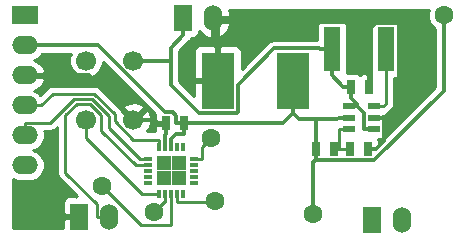
<source format=gbl>
G04 (created by PCBNEW-RS274X (2011-nov-30)-testing) date Sat 18 Aug 2012 12:14:24 PM CEST*
%MOIN*%
G04 Gerber Fmt 3.4, Leading zero omitted, Abs format*
%FSLAX34Y34*%
G01*
G70*
G90*
G04 APERTURE LIST*
%ADD10C,0.006*%
%ADD11R,0.0394X0.0236*%
%ADD12R,0.025X0.045*%
%ADD13R,0.0287X0.0118*%
%ADD14R,0.0118X0.0287*%
%ADD15R,0.0492X0.0492*%
%ADD16R,0.06X0.0866*%
%ADD17O,0.06X0.0866*%
%ADD18R,0.0866X0.06*%
%ADD19O,0.0866X0.06*%
%ADD20C,0.0669*%
%ADD21R,0.11X0.19*%
%ADD22R,0.055X0.15*%
%ADD23C,0.063*%
%ADD24C,0.0098*%
%ADD25C,0.0118*%
%ADD26C,0.01*%
G04 APERTURE END LIST*
G54D10*
G54D11*
X38723Y-23208D03*
X38723Y-23958D03*
X38723Y-23583D03*
X37891Y-23958D03*
X37891Y-23208D03*
X37891Y-23583D03*
G54D12*
X37968Y-22559D03*
X38568Y-22559D03*
X32387Y-23780D03*
X31787Y-23780D03*
X37928Y-24646D03*
X38528Y-24646D03*
X36787Y-24646D03*
X37387Y-24646D03*
G54D13*
X32743Y-24960D03*
X32743Y-25157D03*
X32743Y-25354D03*
X32743Y-25551D03*
G54D14*
X32363Y-26128D03*
X32166Y-26128D03*
X31969Y-26128D03*
X31772Y-26128D03*
X31575Y-26128D03*
G54D15*
X32215Y-25600D03*
X32215Y-25108D03*
X31723Y-25108D03*
X31723Y-25600D03*
G54D13*
X31195Y-25748D03*
X31195Y-25551D03*
X31195Y-25354D03*
X31195Y-25157D03*
X31195Y-24960D03*
G54D14*
X31575Y-24580D03*
X31772Y-24580D03*
X31969Y-24580D03*
X32166Y-24580D03*
X32363Y-24580D03*
G54D13*
X32743Y-25748D03*
G54D16*
X32374Y-20276D03*
G54D17*
X33374Y-20276D03*
G54D18*
X27087Y-20177D03*
G54D19*
X27087Y-21177D03*
X27087Y-22177D03*
X27087Y-23177D03*
X27087Y-24177D03*
X27087Y-25177D03*
G54D16*
X38673Y-27008D03*
G54D17*
X39673Y-27008D03*
G54D20*
X29134Y-21693D03*
X30708Y-21693D03*
X29134Y-23661D03*
X30708Y-23661D03*
G54D21*
X33514Y-22362D03*
X36014Y-22362D03*
G54D22*
X39128Y-21299D03*
X37328Y-21299D03*
G54D16*
X28909Y-26890D03*
G54D17*
X29909Y-26890D03*
G54D23*
X33308Y-24260D03*
X29651Y-25865D03*
X33438Y-26352D03*
X31406Y-26730D03*
X36711Y-26790D03*
X41056Y-20174D03*
G54D24*
X29909Y-26890D02*
X29487Y-26890D01*
X29487Y-26468D02*
X29487Y-26890D01*
X28440Y-25421D02*
X29487Y-26468D01*
X28440Y-23508D02*
X28440Y-25421D01*
X28813Y-23135D02*
X28440Y-23508D01*
X29271Y-23135D02*
X28813Y-23135D01*
X29642Y-23506D02*
X29271Y-23135D01*
X29642Y-24016D02*
X29642Y-23506D01*
X30783Y-25157D02*
X29642Y-24016D01*
X31195Y-25157D02*
X30783Y-25157D01*
X33008Y-24560D02*
X33008Y-24960D01*
X33308Y-24260D02*
X33008Y-24560D01*
X32743Y-24960D02*
X33008Y-24960D01*
X27087Y-24177D02*
X27087Y-23755D01*
X31195Y-24960D02*
X30929Y-24960D01*
X29907Y-23938D02*
X30929Y-24960D01*
X29907Y-23530D02*
X29907Y-23938D01*
X29340Y-22963D02*
X29907Y-23530D01*
X28716Y-22963D02*
X29340Y-22963D01*
X27924Y-23755D02*
X28716Y-22963D01*
X27087Y-23755D02*
X27924Y-23755D01*
X27087Y-23177D02*
X27642Y-23177D01*
X31575Y-24580D02*
X31575Y-24315D01*
X30705Y-24315D02*
X31575Y-24315D01*
X30078Y-23688D02*
X30705Y-24315D01*
X30078Y-23460D02*
X30078Y-23688D01*
X29410Y-22792D02*
X30078Y-23460D01*
X28027Y-22792D02*
X29410Y-22792D01*
X27642Y-23177D02*
X28027Y-22792D01*
G54D25*
X37968Y-22689D02*
X37968Y-22916D01*
X37968Y-22689D02*
X37968Y-22559D01*
X37891Y-23208D02*
X38172Y-23208D01*
X37333Y-22181D02*
X37711Y-22559D01*
X37328Y-22181D02*
X37333Y-22181D01*
X37968Y-22559D02*
X37711Y-22559D01*
X37328Y-21337D02*
X37328Y-22181D01*
X37328Y-21337D02*
X37328Y-21299D01*
X37328Y-21299D02*
X36921Y-21299D01*
X32374Y-20276D02*
X32374Y-20841D01*
X31955Y-21693D02*
X30708Y-21693D01*
X31955Y-22498D02*
X31955Y-21693D01*
X32902Y-23445D02*
X31955Y-22498D01*
X34170Y-23445D02*
X32902Y-23445D01*
X34203Y-23412D02*
X34170Y-23445D01*
X34203Y-22486D02*
X34203Y-23412D01*
X35410Y-21279D02*
X34203Y-22486D01*
X36901Y-21279D02*
X35410Y-21279D01*
X36921Y-21299D02*
X36901Y-21279D01*
X31955Y-21260D02*
X32374Y-20841D01*
X31955Y-21693D02*
X31955Y-21260D01*
X38723Y-23958D02*
X38394Y-23958D01*
X38172Y-23120D02*
X37968Y-22916D01*
X38172Y-23208D02*
X38172Y-23120D01*
X38394Y-23430D02*
X38394Y-23958D01*
X38172Y-23208D02*
X38394Y-23430D01*
X31787Y-23780D02*
X31530Y-23780D01*
X31772Y-24152D02*
X31787Y-24137D01*
X31772Y-24580D02*
X31772Y-24152D01*
X31787Y-23780D02*
X31787Y-24137D01*
X39052Y-24379D02*
X39052Y-23583D01*
X38785Y-24646D02*
X39052Y-24379D01*
X38528Y-24646D02*
X38785Y-24646D01*
X38723Y-23583D02*
X38888Y-23583D01*
X38888Y-23583D02*
X39052Y-23583D01*
X38568Y-22559D02*
X38568Y-22202D01*
X33514Y-22362D02*
X33514Y-21280D01*
X38799Y-20416D02*
X38524Y-20691D01*
X39516Y-20416D02*
X38799Y-20416D01*
X39549Y-20449D02*
X39516Y-20416D01*
X39549Y-23086D02*
X39549Y-20449D01*
X39052Y-23583D02*
X39549Y-23086D01*
X38524Y-22158D02*
X38568Y-22202D01*
X38524Y-20691D02*
X38524Y-22158D01*
X33514Y-21280D02*
X33514Y-20394D01*
X33492Y-20394D02*
X33514Y-20394D01*
X33374Y-20276D02*
X33492Y-20394D01*
X38227Y-20394D02*
X38524Y-20691D01*
X33514Y-20394D02*
X38227Y-20394D01*
X31411Y-23661D02*
X30708Y-23661D01*
X31530Y-23780D02*
X31411Y-23661D01*
X29224Y-22177D02*
X27652Y-22177D01*
X30708Y-23661D02*
X29224Y-22177D01*
X27087Y-22177D02*
X27652Y-22177D01*
G54D24*
X37891Y-23958D02*
X37572Y-23958D01*
X37572Y-24646D02*
X37572Y-23958D01*
X37387Y-24646D02*
X37572Y-24646D01*
X37572Y-24646D02*
X37928Y-24646D01*
X39128Y-23122D02*
X39042Y-23208D01*
X39128Y-21299D02*
X39128Y-23122D01*
X38723Y-23208D02*
X39042Y-23208D01*
X30993Y-26128D02*
X31575Y-26128D01*
X29134Y-24269D02*
X30993Y-26128D01*
X29134Y-23661D02*
X29134Y-24269D01*
X30966Y-27180D02*
X29651Y-25865D01*
X31942Y-27180D02*
X30966Y-27180D01*
X31969Y-27153D02*
X31942Y-27180D01*
X31969Y-26128D02*
X31969Y-27153D01*
X32166Y-26128D02*
X32166Y-26394D01*
X33396Y-26394D02*
X33438Y-26352D01*
X32166Y-26394D02*
X33396Y-26394D01*
X31742Y-26394D02*
X31772Y-26394D01*
X31406Y-26730D02*
X31742Y-26394D01*
X31772Y-26128D02*
X31772Y-26394D01*
G54D25*
X36787Y-24646D02*
X36787Y-25003D01*
X36014Y-22362D02*
X36014Y-23403D01*
X36787Y-24646D02*
X36787Y-24289D01*
X37891Y-23583D02*
X37562Y-23583D01*
X36787Y-23642D02*
X36787Y-24289D01*
X37503Y-23642D02*
X37562Y-23583D01*
X36787Y-23642D02*
X37503Y-23642D01*
X36014Y-23403D02*
X36014Y-23444D01*
X36212Y-23642D02*
X36787Y-23642D01*
X36014Y-23444D02*
X36212Y-23642D01*
X31969Y-24580D02*
X31969Y-24305D01*
X35678Y-23780D02*
X32387Y-23780D01*
X36014Y-23444D02*
X35678Y-23780D01*
X32137Y-24137D02*
X31969Y-24305D01*
X32387Y-24137D02*
X32137Y-24137D01*
X32387Y-23780D02*
X32387Y-24137D01*
X32130Y-23523D02*
X32130Y-23780D01*
X32021Y-23414D02*
X32130Y-23523D01*
X31768Y-23414D02*
X32021Y-23414D01*
X29531Y-21177D02*
X31768Y-23414D01*
X27087Y-21177D02*
X29531Y-21177D01*
X32387Y-23780D02*
X32130Y-23780D01*
X36711Y-25079D02*
X36787Y-25003D01*
X36711Y-26790D02*
X36711Y-25079D01*
X41056Y-22686D02*
X41056Y-20174D01*
X38739Y-25003D02*
X41056Y-22686D01*
X36787Y-25003D02*
X38739Y-25003D01*
G54D10*
G36*
X28959Y-26940D02*
X28859Y-26940D01*
X28809Y-26940D01*
X28421Y-26940D01*
X28359Y-27002D01*
X28359Y-27257D01*
X26680Y-27257D01*
X26680Y-25627D01*
X26838Y-25694D01*
X27044Y-25694D01*
X27334Y-25694D01*
X27524Y-25616D01*
X27670Y-25470D01*
X27749Y-25281D01*
X27749Y-25075D01*
X27671Y-24885D01*
X27525Y-24739D01*
X27376Y-24676D01*
X27524Y-24616D01*
X27670Y-24470D01*
X27749Y-24281D01*
X27749Y-24075D01*
X27730Y-24031D01*
X27924Y-24031D01*
X28029Y-24010D01*
X28030Y-24010D01*
X28119Y-23950D01*
X28164Y-23905D01*
X28164Y-25421D01*
X28185Y-25527D01*
X28245Y-25616D01*
X28836Y-26207D01*
X28809Y-26207D01*
X28809Y-26219D01*
X28797Y-26207D01*
X28560Y-26208D01*
X28468Y-26246D01*
X28398Y-26316D01*
X28360Y-26407D01*
X28360Y-26506D01*
X28359Y-26778D01*
X28421Y-26840D01*
X28809Y-26840D01*
X28859Y-26840D01*
X28959Y-26840D01*
X28959Y-26940D01*
X28959Y-26940D01*
G37*
G54D26*
X28959Y-26940D02*
X28859Y-26940D01*
X28809Y-26940D01*
X28421Y-26940D01*
X28359Y-27002D01*
X28359Y-27257D01*
X26680Y-27257D01*
X26680Y-25627D01*
X26838Y-25694D01*
X27044Y-25694D01*
X27334Y-25694D01*
X27524Y-25616D01*
X27670Y-25470D01*
X27749Y-25281D01*
X27749Y-25075D01*
X27671Y-24885D01*
X27525Y-24739D01*
X27376Y-24676D01*
X27524Y-24616D01*
X27670Y-24470D01*
X27749Y-24281D01*
X27749Y-24075D01*
X27730Y-24031D01*
X27924Y-24031D01*
X28029Y-24010D01*
X28030Y-24010D01*
X28119Y-23950D01*
X28164Y-23905D01*
X28164Y-25421D01*
X28185Y-25527D01*
X28245Y-25616D01*
X28836Y-26207D01*
X28809Y-26207D01*
X28809Y-26219D01*
X28797Y-26207D01*
X28560Y-26208D01*
X28468Y-26246D01*
X28398Y-26316D01*
X28360Y-26407D01*
X28360Y-26506D01*
X28359Y-26778D01*
X28421Y-26840D01*
X28809Y-26840D01*
X28859Y-26840D01*
X28959Y-26840D01*
X28959Y-26940D01*
G54D10*
G36*
X31837Y-23830D02*
X31737Y-23830D01*
X31687Y-23830D01*
X31474Y-23830D01*
X31412Y-23892D01*
X31413Y-23956D01*
X31413Y-24039D01*
X31296Y-24039D01*
X31170Y-24039D01*
X31199Y-24010D01*
X31171Y-23982D01*
X31216Y-23969D01*
X31296Y-23751D01*
X31286Y-23519D01*
X31216Y-23353D01*
X31118Y-23322D01*
X31047Y-23393D01*
X31047Y-23251D01*
X31016Y-23153D01*
X30798Y-23073D01*
X30566Y-23083D01*
X30400Y-23153D01*
X30369Y-23251D01*
X30708Y-23590D01*
X31047Y-23251D01*
X31047Y-23393D01*
X30814Y-23626D01*
X30779Y-23661D01*
X30708Y-23732D01*
X30637Y-23661D01*
X30602Y-23626D01*
X30333Y-23357D01*
X30333Y-23354D01*
X30273Y-23265D01*
X30273Y-23264D01*
X29605Y-22597D01*
X29516Y-22537D01*
X29410Y-22516D01*
X28027Y-22516D01*
X27921Y-22537D01*
X27832Y-22597D01*
X27607Y-22821D01*
X27525Y-22739D01*
X27402Y-22687D01*
X27477Y-22666D01*
X27645Y-22530D01*
X27748Y-22340D01*
X27752Y-22312D01*
X27705Y-22227D01*
X27187Y-22227D01*
X27137Y-22227D01*
X27037Y-22227D01*
X27037Y-22127D01*
X27137Y-22127D01*
X27187Y-22127D01*
X27705Y-22127D01*
X27752Y-22042D01*
X27748Y-22014D01*
X27645Y-21824D01*
X27477Y-21688D01*
X27402Y-21665D01*
X27524Y-21616D01*
X27670Y-21470D01*
X27672Y-21463D01*
X28623Y-21463D01*
X28574Y-21581D01*
X28574Y-21804D01*
X28659Y-22010D01*
X28817Y-22167D01*
X29022Y-22253D01*
X29245Y-22253D01*
X29451Y-22168D01*
X29608Y-22010D01*
X29694Y-21805D01*
X29694Y-21744D01*
X31425Y-23476D01*
X31413Y-23505D01*
X31413Y-23604D01*
X31412Y-23668D01*
X31474Y-23730D01*
X31687Y-23730D01*
X31737Y-23730D01*
X31837Y-23730D01*
X31837Y-23830D01*
X31837Y-23830D01*
G37*
G54D26*
X31837Y-23830D02*
X31737Y-23830D01*
X31687Y-23830D01*
X31474Y-23830D01*
X31412Y-23892D01*
X31413Y-23956D01*
X31413Y-24039D01*
X31296Y-24039D01*
X31170Y-24039D01*
X31199Y-24010D01*
X31171Y-23982D01*
X31216Y-23969D01*
X31296Y-23751D01*
X31286Y-23519D01*
X31216Y-23353D01*
X31118Y-23322D01*
X31047Y-23393D01*
X31047Y-23251D01*
X31016Y-23153D01*
X30798Y-23073D01*
X30566Y-23083D01*
X30400Y-23153D01*
X30369Y-23251D01*
X30708Y-23590D01*
X31047Y-23251D01*
X31047Y-23393D01*
X30814Y-23626D01*
X30779Y-23661D01*
X30708Y-23732D01*
X30637Y-23661D01*
X30602Y-23626D01*
X30333Y-23357D01*
X30333Y-23354D01*
X30273Y-23265D01*
X30273Y-23264D01*
X29605Y-22597D01*
X29516Y-22537D01*
X29410Y-22516D01*
X28027Y-22516D01*
X27921Y-22537D01*
X27832Y-22597D01*
X27607Y-22821D01*
X27525Y-22739D01*
X27402Y-22687D01*
X27477Y-22666D01*
X27645Y-22530D01*
X27748Y-22340D01*
X27752Y-22312D01*
X27705Y-22227D01*
X27187Y-22227D01*
X27137Y-22227D01*
X27037Y-22227D01*
X27037Y-22127D01*
X27137Y-22127D01*
X27187Y-22127D01*
X27705Y-22127D01*
X27752Y-22042D01*
X27748Y-22014D01*
X27645Y-21824D01*
X27477Y-21688D01*
X27402Y-21665D01*
X27524Y-21616D01*
X27670Y-21470D01*
X27672Y-21463D01*
X28623Y-21463D01*
X28574Y-21581D01*
X28574Y-21804D01*
X28659Y-22010D01*
X28817Y-22167D01*
X29022Y-22253D01*
X29245Y-22253D01*
X29451Y-22168D01*
X29608Y-22010D01*
X29694Y-21805D01*
X29694Y-21744D01*
X31425Y-23476D01*
X31413Y-23505D01*
X31413Y-23604D01*
X31412Y-23668D01*
X31474Y-23730D01*
X31687Y-23730D01*
X31737Y-23730D01*
X31837Y-23730D01*
X31837Y-23830D01*
G54D10*
G36*
X38578Y-24696D02*
X38478Y-24696D01*
X38478Y-24596D01*
X38578Y-24596D01*
X38578Y-24696D01*
X38578Y-24696D01*
G37*
G54D26*
X38578Y-24696D02*
X38478Y-24696D01*
X38478Y-24596D01*
X38578Y-24596D01*
X38578Y-24696D01*
G54D10*
G36*
X40770Y-22567D02*
X38902Y-24435D01*
X38902Y-24371D01*
X38873Y-24303D01*
X38965Y-24303D01*
X39048Y-24268D01*
X39112Y-24205D01*
X39147Y-24121D01*
X39147Y-24031D01*
X39147Y-23803D01*
X39169Y-23750D01*
X39170Y-23695D01*
X39108Y-23633D01*
X39013Y-23633D01*
X38965Y-23613D01*
X38875Y-23613D01*
X38680Y-23613D01*
X38680Y-23553D01*
X38965Y-23553D01*
X39012Y-23533D01*
X39108Y-23533D01*
X39170Y-23471D01*
X39169Y-23448D01*
X39237Y-23403D01*
X39323Y-23318D01*
X39323Y-23317D01*
X39383Y-23228D01*
X39403Y-23122D01*
X39404Y-23122D01*
X39404Y-22276D01*
X39448Y-22276D01*
X39531Y-22241D01*
X39595Y-22178D01*
X39630Y-22094D01*
X39630Y-22004D01*
X39630Y-20504D01*
X39595Y-20421D01*
X39532Y-20357D01*
X39448Y-20322D01*
X39358Y-20322D01*
X38808Y-20322D01*
X38725Y-20357D01*
X38661Y-20420D01*
X38626Y-20504D01*
X38626Y-20594D01*
X38626Y-22094D01*
X38639Y-22124D01*
X38618Y-22146D01*
X38618Y-22459D01*
X38618Y-22509D01*
X38618Y-22609D01*
X38518Y-22609D01*
X38518Y-22509D01*
X38518Y-22459D01*
X38518Y-22146D01*
X38456Y-22084D01*
X38394Y-22085D01*
X38302Y-22123D01*
X38252Y-22172D01*
X38222Y-22142D01*
X38138Y-22107D01*
X38048Y-22107D01*
X37824Y-22107D01*
X37830Y-22094D01*
X37830Y-22004D01*
X37830Y-20504D01*
X37795Y-20421D01*
X37732Y-20357D01*
X37648Y-20322D01*
X37558Y-20322D01*
X37008Y-20322D01*
X36925Y-20357D01*
X36861Y-20420D01*
X36826Y-20504D01*
X36826Y-20594D01*
X36826Y-20993D01*
X35410Y-20993D01*
X35301Y-21015D01*
X35269Y-21036D01*
X35207Y-21077D01*
X34313Y-21971D01*
X34313Y-21461D01*
X34313Y-21362D01*
X34275Y-21271D01*
X34205Y-21201D01*
X34113Y-21163D01*
X33924Y-21162D01*
X33924Y-20459D01*
X33924Y-20326D01*
X33424Y-20326D01*
X33424Y-20894D01*
X33509Y-20941D01*
X33537Y-20937D01*
X33727Y-20834D01*
X33863Y-20666D01*
X33924Y-20459D01*
X33924Y-21162D01*
X33626Y-21162D01*
X33564Y-21224D01*
X33564Y-22262D01*
X33564Y-22312D01*
X33564Y-22412D01*
X33464Y-22412D01*
X33464Y-22312D01*
X33464Y-21224D01*
X33402Y-21162D01*
X32915Y-21163D01*
X32823Y-21201D01*
X32753Y-21271D01*
X32715Y-21362D01*
X32715Y-21461D01*
X32714Y-22250D01*
X32776Y-22312D01*
X33464Y-22312D01*
X33464Y-22412D01*
X33414Y-22412D01*
X32776Y-22412D01*
X32714Y-22474D01*
X32714Y-22853D01*
X32241Y-22380D01*
X32241Y-21693D01*
X32241Y-21378D01*
X32576Y-21044D01*
X32576Y-21043D01*
X32616Y-20982D01*
X32637Y-20951D01*
X32638Y-20950D01*
X32640Y-20936D01*
X32719Y-20936D01*
X32802Y-20901D01*
X32866Y-20838D01*
X32901Y-20754D01*
X32901Y-20685D01*
X33021Y-20834D01*
X33211Y-20937D01*
X33239Y-20941D01*
X33324Y-20894D01*
X33324Y-20376D01*
X33324Y-20326D01*
X33324Y-20226D01*
X33424Y-20226D01*
X33474Y-20226D01*
X33924Y-20226D01*
X33924Y-20093D01*
X33892Y-19987D01*
X40547Y-19987D01*
X40515Y-20066D01*
X40515Y-20281D01*
X40597Y-20480D01*
X40749Y-20632D01*
X40770Y-20640D01*
X40770Y-22567D01*
X40770Y-22567D01*
G37*
G54D26*
X40770Y-22567D02*
X38902Y-24435D01*
X38902Y-24371D01*
X38873Y-24303D01*
X38965Y-24303D01*
X39048Y-24268D01*
X39112Y-24205D01*
X39147Y-24121D01*
X39147Y-24031D01*
X39147Y-23803D01*
X39169Y-23750D01*
X39170Y-23695D01*
X39108Y-23633D01*
X39013Y-23633D01*
X38965Y-23613D01*
X38875Y-23613D01*
X38680Y-23613D01*
X38680Y-23553D01*
X38965Y-23553D01*
X39012Y-23533D01*
X39108Y-23533D01*
X39170Y-23471D01*
X39169Y-23448D01*
X39237Y-23403D01*
X39323Y-23318D01*
X39323Y-23317D01*
X39383Y-23228D01*
X39403Y-23122D01*
X39404Y-23122D01*
X39404Y-22276D01*
X39448Y-22276D01*
X39531Y-22241D01*
X39595Y-22178D01*
X39630Y-22094D01*
X39630Y-22004D01*
X39630Y-20504D01*
X39595Y-20421D01*
X39532Y-20357D01*
X39448Y-20322D01*
X39358Y-20322D01*
X38808Y-20322D01*
X38725Y-20357D01*
X38661Y-20420D01*
X38626Y-20504D01*
X38626Y-20594D01*
X38626Y-22094D01*
X38639Y-22124D01*
X38618Y-22146D01*
X38618Y-22459D01*
X38618Y-22509D01*
X38618Y-22609D01*
X38518Y-22609D01*
X38518Y-22509D01*
X38518Y-22459D01*
X38518Y-22146D01*
X38456Y-22084D01*
X38394Y-22085D01*
X38302Y-22123D01*
X38252Y-22172D01*
X38222Y-22142D01*
X38138Y-22107D01*
X38048Y-22107D01*
X37824Y-22107D01*
X37830Y-22094D01*
X37830Y-22004D01*
X37830Y-20504D01*
X37795Y-20421D01*
X37732Y-20357D01*
X37648Y-20322D01*
X37558Y-20322D01*
X37008Y-20322D01*
X36925Y-20357D01*
X36861Y-20420D01*
X36826Y-20504D01*
X36826Y-20594D01*
X36826Y-20993D01*
X35410Y-20993D01*
X35301Y-21015D01*
X35269Y-21036D01*
X35207Y-21077D01*
X34313Y-21971D01*
X34313Y-21461D01*
X34313Y-21362D01*
X34275Y-21271D01*
X34205Y-21201D01*
X34113Y-21163D01*
X33924Y-21162D01*
X33924Y-20459D01*
X33924Y-20326D01*
X33424Y-20326D01*
X33424Y-20894D01*
X33509Y-20941D01*
X33537Y-20937D01*
X33727Y-20834D01*
X33863Y-20666D01*
X33924Y-20459D01*
X33924Y-21162D01*
X33626Y-21162D01*
X33564Y-21224D01*
X33564Y-22262D01*
X33564Y-22312D01*
X33564Y-22412D01*
X33464Y-22412D01*
X33464Y-22312D01*
X33464Y-21224D01*
X33402Y-21162D01*
X32915Y-21163D01*
X32823Y-21201D01*
X32753Y-21271D01*
X32715Y-21362D01*
X32715Y-21461D01*
X32714Y-22250D01*
X32776Y-22312D01*
X33464Y-22312D01*
X33464Y-22412D01*
X33414Y-22412D01*
X32776Y-22412D01*
X32714Y-22474D01*
X32714Y-22853D01*
X32241Y-22380D01*
X32241Y-21693D01*
X32241Y-21378D01*
X32576Y-21044D01*
X32576Y-21043D01*
X32616Y-20982D01*
X32637Y-20951D01*
X32638Y-20950D01*
X32640Y-20936D01*
X32719Y-20936D01*
X32802Y-20901D01*
X32866Y-20838D01*
X32901Y-20754D01*
X32901Y-20685D01*
X33021Y-20834D01*
X33211Y-20937D01*
X33239Y-20941D01*
X33324Y-20894D01*
X33324Y-20376D01*
X33324Y-20326D01*
X33324Y-20226D01*
X33424Y-20226D01*
X33474Y-20226D01*
X33924Y-20226D01*
X33924Y-20093D01*
X33892Y-19987D01*
X40547Y-19987D01*
X40515Y-20066D01*
X40515Y-20281D01*
X40597Y-20480D01*
X40749Y-20632D01*
X40770Y-20640D01*
X40770Y-22567D01*
M02*

</source>
